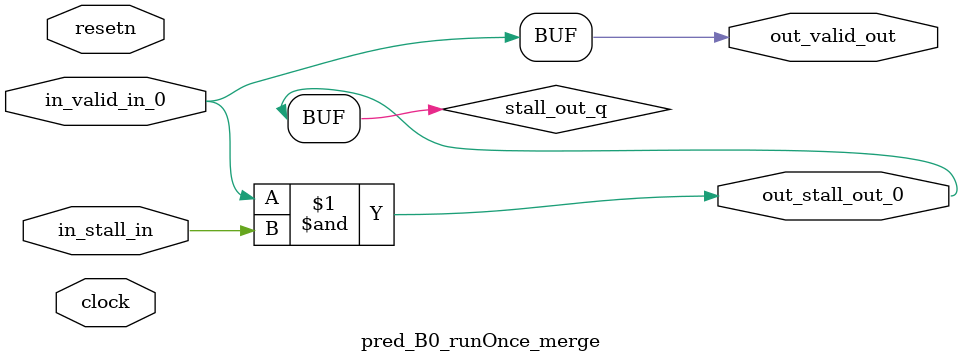
<source format=sv>



(* altera_attribute = "-name AUTO_SHIFT_REGISTER_RECOGNITION OFF; -name MESSAGE_DISABLE 10036; -name MESSAGE_DISABLE 10037; -name MESSAGE_DISABLE 14130; -name MESSAGE_DISABLE 14320; -name MESSAGE_DISABLE 15400; -name MESSAGE_DISABLE 14130; -name MESSAGE_DISABLE 10036; -name MESSAGE_DISABLE 12020; -name MESSAGE_DISABLE 12030; -name MESSAGE_DISABLE 12010; -name MESSAGE_DISABLE 12110; -name MESSAGE_DISABLE 14320; -name MESSAGE_DISABLE 13410; -name MESSAGE_DISABLE 113007; -name MESSAGE_DISABLE 10958" *)
module pred_B0_runOnce_merge (
    input wire [0:0] in_stall_in,
    input wire [0:0] in_valid_in_0,
    output wire [0:0] out_stall_out_0,
    output wire [0:0] out_valid_out,
    input wire clock,
    input wire resetn
    );

    wire [0:0] stall_out_q;


    // stall_out(LOGICAL,6)
    assign stall_out_q = in_valid_in_0 & in_stall_in;

    // out_stall_out_0(GPOUT,4)
    assign out_stall_out_0 = stall_out_q;

    // out_valid_out(GPOUT,5)
    assign out_valid_out = in_valid_in_0;

endmodule

</source>
